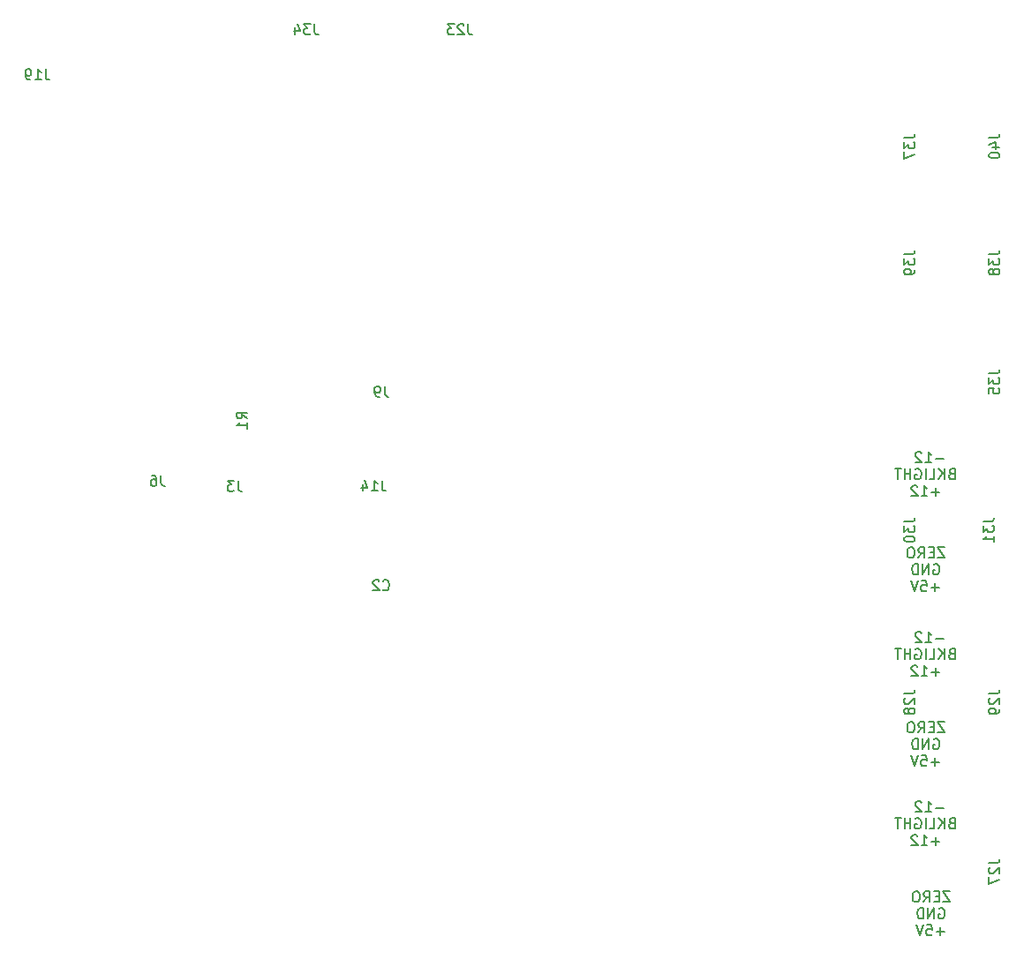
<source format=gbr>
%TF.GenerationSoftware,KiCad,Pcbnew,7.0.9*%
%TF.CreationDate,2023-12-05T19:44:07+10:00*%
%TF.ProjectId,Forward Console General Output,466f7277-6172-4642-9043-6f6e736f6c65,rev?*%
%TF.SameCoordinates,Original*%
%TF.FileFunction,Legend,Bot*%
%TF.FilePolarity,Positive*%
%FSLAX46Y46*%
G04 Gerber Fmt 4.6, Leading zero omitted, Abs format (unit mm)*
G04 Created by KiCad (PCBNEW 7.0.9) date 2023-12-05 19:44:07*
%MOMM*%
%LPD*%
G01*
G04 APERTURE LIST*
%ADD10C,0.150000*%
G04 APERTURE END LIST*
D10*
X207981523Y-105464819D02*
X207314857Y-105464819D01*
X207314857Y-105464819D02*
X207981523Y-106464819D01*
X207981523Y-106464819D02*
X207314857Y-106464819D01*
X206933904Y-105941009D02*
X206600571Y-105941009D01*
X206457714Y-106464819D02*
X206933904Y-106464819D01*
X206933904Y-106464819D02*
X206933904Y-105464819D01*
X206933904Y-105464819D02*
X206457714Y-105464819D01*
X205457714Y-106464819D02*
X205791047Y-105988628D01*
X206029142Y-106464819D02*
X206029142Y-105464819D01*
X206029142Y-105464819D02*
X205648190Y-105464819D01*
X205648190Y-105464819D02*
X205552952Y-105512438D01*
X205552952Y-105512438D02*
X205505333Y-105560057D01*
X205505333Y-105560057D02*
X205457714Y-105655295D01*
X205457714Y-105655295D02*
X205457714Y-105798152D01*
X205457714Y-105798152D02*
X205505333Y-105893390D01*
X205505333Y-105893390D02*
X205552952Y-105941009D01*
X205552952Y-105941009D02*
X205648190Y-105988628D01*
X205648190Y-105988628D02*
X206029142Y-105988628D01*
X204838666Y-105464819D02*
X204648190Y-105464819D01*
X204648190Y-105464819D02*
X204552952Y-105512438D01*
X204552952Y-105512438D02*
X204457714Y-105607676D01*
X204457714Y-105607676D02*
X204410095Y-105798152D01*
X204410095Y-105798152D02*
X204410095Y-106131485D01*
X204410095Y-106131485D02*
X204457714Y-106321961D01*
X204457714Y-106321961D02*
X204552952Y-106417200D01*
X204552952Y-106417200D02*
X204648190Y-106464819D01*
X204648190Y-106464819D02*
X204838666Y-106464819D01*
X204838666Y-106464819D02*
X204933904Y-106417200D01*
X204933904Y-106417200D02*
X205029142Y-106321961D01*
X205029142Y-106321961D02*
X205076761Y-106131485D01*
X205076761Y-106131485D02*
X205076761Y-105798152D01*
X205076761Y-105798152D02*
X205029142Y-105607676D01*
X205029142Y-105607676D02*
X204933904Y-105512438D01*
X204933904Y-105512438D02*
X204838666Y-105464819D01*
X206933904Y-107122438D02*
X207029142Y-107074819D01*
X207029142Y-107074819D02*
X207171999Y-107074819D01*
X207171999Y-107074819D02*
X207314856Y-107122438D01*
X207314856Y-107122438D02*
X207410094Y-107217676D01*
X207410094Y-107217676D02*
X207457713Y-107312914D01*
X207457713Y-107312914D02*
X207505332Y-107503390D01*
X207505332Y-107503390D02*
X207505332Y-107646247D01*
X207505332Y-107646247D02*
X207457713Y-107836723D01*
X207457713Y-107836723D02*
X207410094Y-107931961D01*
X207410094Y-107931961D02*
X207314856Y-108027200D01*
X207314856Y-108027200D02*
X207171999Y-108074819D01*
X207171999Y-108074819D02*
X207076761Y-108074819D01*
X207076761Y-108074819D02*
X206933904Y-108027200D01*
X206933904Y-108027200D02*
X206886285Y-107979580D01*
X206886285Y-107979580D02*
X206886285Y-107646247D01*
X206886285Y-107646247D02*
X207076761Y-107646247D01*
X206457713Y-108074819D02*
X206457713Y-107074819D01*
X206457713Y-107074819D02*
X205886285Y-108074819D01*
X205886285Y-108074819D02*
X205886285Y-107074819D01*
X205410094Y-108074819D02*
X205410094Y-107074819D01*
X205410094Y-107074819D02*
X205171999Y-107074819D01*
X205171999Y-107074819D02*
X205029142Y-107122438D01*
X205029142Y-107122438D02*
X204933904Y-107217676D01*
X204933904Y-107217676D02*
X204886285Y-107312914D01*
X204886285Y-107312914D02*
X204838666Y-107503390D01*
X204838666Y-107503390D02*
X204838666Y-107646247D01*
X204838666Y-107646247D02*
X204886285Y-107836723D01*
X204886285Y-107836723D02*
X204933904Y-107931961D01*
X204933904Y-107931961D02*
X205029142Y-108027200D01*
X205029142Y-108027200D02*
X205171999Y-108074819D01*
X205171999Y-108074819D02*
X205410094Y-108074819D01*
X207457713Y-109303866D02*
X206695809Y-109303866D01*
X207076761Y-109684819D02*
X207076761Y-108922914D01*
X205743428Y-108684819D02*
X206219618Y-108684819D01*
X206219618Y-108684819D02*
X206267237Y-109161009D01*
X206267237Y-109161009D02*
X206219618Y-109113390D01*
X206219618Y-109113390D02*
X206124380Y-109065771D01*
X206124380Y-109065771D02*
X205886285Y-109065771D01*
X205886285Y-109065771D02*
X205791047Y-109113390D01*
X205791047Y-109113390D02*
X205743428Y-109161009D01*
X205743428Y-109161009D02*
X205695809Y-109256247D01*
X205695809Y-109256247D02*
X205695809Y-109494342D01*
X205695809Y-109494342D02*
X205743428Y-109589580D01*
X205743428Y-109589580D02*
X205791047Y-109637200D01*
X205791047Y-109637200D02*
X205886285Y-109684819D01*
X205886285Y-109684819D02*
X206124380Y-109684819D01*
X206124380Y-109684819D02*
X206219618Y-109637200D01*
X206219618Y-109637200D02*
X206267237Y-109589580D01*
X205410094Y-108684819D02*
X205076761Y-109684819D01*
X205076761Y-109684819D02*
X204743428Y-108684819D01*
X207886285Y-80175866D02*
X207124381Y-80175866D01*
X206124381Y-80556819D02*
X206695809Y-80556819D01*
X206410095Y-80556819D02*
X206410095Y-79556819D01*
X206410095Y-79556819D02*
X206505333Y-79699676D01*
X206505333Y-79699676D02*
X206600571Y-79794914D01*
X206600571Y-79794914D02*
X206695809Y-79842533D01*
X205743428Y-79652057D02*
X205695809Y-79604438D01*
X205695809Y-79604438D02*
X205600571Y-79556819D01*
X205600571Y-79556819D02*
X205362476Y-79556819D01*
X205362476Y-79556819D02*
X205267238Y-79604438D01*
X205267238Y-79604438D02*
X205219619Y-79652057D01*
X205219619Y-79652057D02*
X205172000Y-79747295D01*
X205172000Y-79747295D02*
X205172000Y-79842533D01*
X205172000Y-79842533D02*
X205219619Y-79985390D01*
X205219619Y-79985390D02*
X205791047Y-80556819D01*
X205791047Y-80556819D02*
X205172000Y-80556819D01*
X208648190Y-81643009D02*
X208505333Y-81690628D01*
X208505333Y-81690628D02*
X208457714Y-81738247D01*
X208457714Y-81738247D02*
X208410095Y-81833485D01*
X208410095Y-81833485D02*
X208410095Y-81976342D01*
X208410095Y-81976342D02*
X208457714Y-82071580D01*
X208457714Y-82071580D02*
X208505333Y-82119200D01*
X208505333Y-82119200D02*
X208600571Y-82166819D01*
X208600571Y-82166819D02*
X208981523Y-82166819D01*
X208981523Y-82166819D02*
X208981523Y-81166819D01*
X208981523Y-81166819D02*
X208648190Y-81166819D01*
X208648190Y-81166819D02*
X208552952Y-81214438D01*
X208552952Y-81214438D02*
X208505333Y-81262057D01*
X208505333Y-81262057D02*
X208457714Y-81357295D01*
X208457714Y-81357295D02*
X208457714Y-81452533D01*
X208457714Y-81452533D02*
X208505333Y-81547771D01*
X208505333Y-81547771D02*
X208552952Y-81595390D01*
X208552952Y-81595390D02*
X208648190Y-81643009D01*
X208648190Y-81643009D02*
X208981523Y-81643009D01*
X207981523Y-82166819D02*
X207981523Y-81166819D01*
X207410095Y-82166819D02*
X207838666Y-81595390D01*
X207410095Y-81166819D02*
X207981523Y-81738247D01*
X206505333Y-82166819D02*
X206981523Y-82166819D01*
X206981523Y-82166819D02*
X206981523Y-81166819D01*
X206171999Y-82166819D02*
X206171999Y-81166819D01*
X205172000Y-81214438D02*
X205267238Y-81166819D01*
X205267238Y-81166819D02*
X205410095Y-81166819D01*
X205410095Y-81166819D02*
X205552952Y-81214438D01*
X205552952Y-81214438D02*
X205648190Y-81309676D01*
X205648190Y-81309676D02*
X205695809Y-81404914D01*
X205695809Y-81404914D02*
X205743428Y-81595390D01*
X205743428Y-81595390D02*
X205743428Y-81738247D01*
X205743428Y-81738247D02*
X205695809Y-81928723D01*
X205695809Y-81928723D02*
X205648190Y-82023961D01*
X205648190Y-82023961D02*
X205552952Y-82119200D01*
X205552952Y-82119200D02*
X205410095Y-82166819D01*
X205410095Y-82166819D02*
X205314857Y-82166819D01*
X205314857Y-82166819D02*
X205172000Y-82119200D01*
X205172000Y-82119200D02*
X205124381Y-82071580D01*
X205124381Y-82071580D02*
X205124381Y-81738247D01*
X205124381Y-81738247D02*
X205314857Y-81738247D01*
X204695809Y-82166819D02*
X204695809Y-81166819D01*
X204695809Y-81643009D02*
X204124381Y-81643009D01*
X204124381Y-82166819D02*
X204124381Y-81166819D01*
X203791047Y-81166819D02*
X203219619Y-81166819D01*
X203505333Y-82166819D02*
X203505333Y-81166819D01*
X207505332Y-83395866D02*
X206743428Y-83395866D01*
X207124380Y-83776819D02*
X207124380Y-83014914D01*
X205743428Y-83776819D02*
X206314856Y-83776819D01*
X206029142Y-83776819D02*
X206029142Y-82776819D01*
X206029142Y-82776819D02*
X206124380Y-82919676D01*
X206124380Y-82919676D02*
X206219618Y-83014914D01*
X206219618Y-83014914D02*
X206314856Y-83062533D01*
X205362475Y-82872057D02*
X205314856Y-82824438D01*
X205314856Y-82824438D02*
X205219618Y-82776819D01*
X205219618Y-82776819D02*
X204981523Y-82776819D01*
X204981523Y-82776819D02*
X204886285Y-82824438D01*
X204886285Y-82824438D02*
X204838666Y-82872057D01*
X204838666Y-82872057D02*
X204791047Y-82967295D01*
X204791047Y-82967295D02*
X204791047Y-83062533D01*
X204791047Y-83062533D02*
X204838666Y-83205390D01*
X204838666Y-83205390D02*
X205410094Y-83776819D01*
X205410094Y-83776819D02*
X204791047Y-83776819D01*
X207886285Y-97447866D02*
X207124381Y-97447866D01*
X206124381Y-97828819D02*
X206695809Y-97828819D01*
X206410095Y-97828819D02*
X206410095Y-96828819D01*
X206410095Y-96828819D02*
X206505333Y-96971676D01*
X206505333Y-96971676D02*
X206600571Y-97066914D01*
X206600571Y-97066914D02*
X206695809Y-97114533D01*
X205743428Y-96924057D02*
X205695809Y-96876438D01*
X205695809Y-96876438D02*
X205600571Y-96828819D01*
X205600571Y-96828819D02*
X205362476Y-96828819D01*
X205362476Y-96828819D02*
X205267238Y-96876438D01*
X205267238Y-96876438D02*
X205219619Y-96924057D01*
X205219619Y-96924057D02*
X205172000Y-97019295D01*
X205172000Y-97019295D02*
X205172000Y-97114533D01*
X205172000Y-97114533D02*
X205219619Y-97257390D01*
X205219619Y-97257390D02*
X205791047Y-97828819D01*
X205791047Y-97828819D02*
X205172000Y-97828819D01*
X208648190Y-98915009D02*
X208505333Y-98962628D01*
X208505333Y-98962628D02*
X208457714Y-99010247D01*
X208457714Y-99010247D02*
X208410095Y-99105485D01*
X208410095Y-99105485D02*
X208410095Y-99248342D01*
X208410095Y-99248342D02*
X208457714Y-99343580D01*
X208457714Y-99343580D02*
X208505333Y-99391200D01*
X208505333Y-99391200D02*
X208600571Y-99438819D01*
X208600571Y-99438819D02*
X208981523Y-99438819D01*
X208981523Y-99438819D02*
X208981523Y-98438819D01*
X208981523Y-98438819D02*
X208648190Y-98438819D01*
X208648190Y-98438819D02*
X208552952Y-98486438D01*
X208552952Y-98486438D02*
X208505333Y-98534057D01*
X208505333Y-98534057D02*
X208457714Y-98629295D01*
X208457714Y-98629295D02*
X208457714Y-98724533D01*
X208457714Y-98724533D02*
X208505333Y-98819771D01*
X208505333Y-98819771D02*
X208552952Y-98867390D01*
X208552952Y-98867390D02*
X208648190Y-98915009D01*
X208648190Y-98915009D02*
X208981523Y-98915009D01*
X207981523Y-99438819D02*
X207981523Y-98438819D01*
X207410095Y-99438819D02*
X207838666Y-98867390D01*
X207410095Y-98438819D02*
X207981523Y-99010247D01*
X206505333Y-99438819D02*
X206981523Y-99438819D01*
X206981523Y-99438819D02*
X206981523Y-98438819D01*
X206171999Y-99438819D02*
X206171999Y-98438819D01*
X205172000Y-98486438D02*
X205267238Y-98438819D01*
X205267238Y-98438819D02*
X205410095Y-98438819D01*
X205410095Y-98438819D02*
X205552952Y-98486438D01*
X205552952Y-98486438D02*
X205648190Y-98581676D01*
X205648190Y-98581676D02*
X205695809Y-98676914D01*
X205695809Y-98676914D02*
X205743428Y-98867390D01*
X205743428Y-98867390D02*
X205743428Y-99010247D01*
X205743428Y-99010247D02*
X205695809Y-99200723D01*
X205695809Y-99200723D02*
X205648190Y-99295961D01*
X205648190Y-99295961D02*
X205552952Y-99391200D01*
X205552952Y-99391200D02*
X205410095Y-99438819D01*
X205410095Y-99438819D02*
X205314857Y-99438819D01*
X205314857Y-99438819D02*
X205172000Y-99391200D01*
X205172000Y-99391200D02*
X205124381Y-99343580D01*
X205124381Y-99343580D02*
X205124381Y-99010247D01*
X205124381Y-99010247D02*
X205314857Y-99010247D01*
X204695809Y-99438819D02*
X204695809Y-98438819D01*
X204695809Y-98915009D02*
X204124381Y-98915009D01*
X204124381Y-99438819D02*
X204124381Y-98438819D01*
X203791047Y-98438819D02*
X203219619Y-98438819D01*
X203505333Y-99438819D02*
X203505333Y-98438819D01*
X207505332Y-100667866D02*
X206743428Y-100667866D01*
X207124380Y-101048819D02*
X207124380Y-100286914D01*
X205743428Y-101048819D02*
X206314856Y-101048819D01*
X206029142Y-101048819D02*
X206029142Y-100048819D01*
X206029142Y-100048819D02*
X206124380Y-100191676D01*
X206124380Y-100191676D02*
X206219618Y-100286914D01*
X206219618Y-100286914D02*
X206314856Y-100334533D01*
X205362475Y-100144057D02*
X205314856Y-100096438D01*
X205314856Y-100096438D02*
X205219618Y-100048819D01*
X205219618Y-100048819D02*
X204981523Y-100048819D01*
X204981523Y-100048819D02*
X204886285Y-100096438D01*
X204886285Y-100096438D02*
X204838666Y-100144057D01*
X204838666Y-100144057D02*
X204791047Y-100239295D01*
X204791047Y-100239295D02*
X204791047Y-100334533D01*
X204791047Y-100334533D02*
X204838666Y-100477390D01*
X204838666Y-100477390D02*
X205410094Y-101048819D01*
X205410094Y-101048819D02*
X204791047Y-101048819D01*
X207886285Y-113703866D02*
X207124381Y-113703866D01*
X206124381Y-114084819D02*
X206695809Y-114084819D01*
X206410095Y-114084819D02*
X206410095Y-113084819D01*
X206410095Y-113084819D02*
X206505333Y-113227676D01*
X206505333Y-113227676D02*
X206600571Y-113322914D01*
X206600571Y-113322914D02*
X206695809Y-113370533D01*
X205743428Y-113180057D02*
X205695809Y-113132438D01*
X205695809Y-113132438D02*
X205600571Y-113084819D01*
X205600571Y-113084819D02*
X205362476Y-113084819D01*
X205362476Y-113084819D02*
X205267238Y-113132438D01*
X205267238Y-113132438D02*
X205219619Y-113180057D01*
X205219619Y-113180057D02*
X205172000Y-113275295D01*
X205172000Y-113275295D02*
X205172000Y-113370533D01*
X205172000Y-113370533D02*
X205219619Y-113513390D01*
X205219619Y-113513390D02*
X205791047Y-114084819D01*
X205791047Y-114084819D02*
X205172000Y-114084819D01*
X208648190Y-115171009D02*
X208505333Y-115218628D01*
X208505333Y-115218628D02*
X208457714Y-115266247D01*
X208457714Y-115266247D02*
X208410095Y-115361485D01*
X208410095Y-115361485D02*
X208410095Y-115504342D01*
X208410095Y-115504342D02*
X208457714Y-115599580D01*
X208457714Y-115599580D02*
X208505333Y-115647200D01*
X208505333Y-115647200D02*
X208600571Y-115694819D01*
X208600571Y-115694819D02*
X208981523Y-115694819D01*
X208981523Y-115694819D02*
X208981523Y-114694819D01*
X208981523Y-114694819D02*
X208648190Y-114694819D01*
X208648190Y-114694819D02*
X208552952Y-114742438D01*
X208552952Y-114742438D02*
X208505333Y-114790057D01*
X208505333Y-114790057D02*
X208457714Y-114885295D01*
X208457714Y-114885295D02*
X208457714Y-114980533D01*
X208457714Y-114980533D02*
X208505333Y-115075771D01*
X208505333Y-115075771D02*
X208552952Y-115123390D01*
X208552952Y-115123390D02*
X208648190Y-115171009D01*
X208648190Y-115171009D02*
X208981523Y-115171009D01*
X207981523Y-115694819D02*
X207981523Y-114694819D01*
X207410095Y-115694819D02*
X207838666Y-115123390D01*
X207410095Y-114694819D02*
X207981523Y-115266247D01*
X206505333Y-115694819D02*
X206981523Y-115694819D01*
X206981523Y-115694819D02*
X206981523Y-114694819D01*
X206171999Y-115694819D02*
X206171999Y-114694819D01*
X205172000Y-114742438D02*
X205267238Y-114694819D01*
X205267238Y-114694819D02*
X205410095Y-114694819D01*
X205410095Y-114694819D02*
X205552952Y-114742438D01*
X205552952Y-114742438D02*
X205648190Y-114837676D01*
X205648190Y-114837676D02*
X205695809Y-114932914D01*
X205695809Y-114932914D02*
X205743428Y-115123390D01*
X205743428Y-115123390D02*
X205743428Y-115266247D01*
X205743428Y-115266247D02*
X205695809Y-115456723D01*
X205695809Y-115456723D02*
X205648190Y-115551961D01*
X205648190Y-115551961D02*
X205552952Y-115647200D01*
X205552952Y-115647200D02*
X205410095Y-115694819D01*
X205410095Y-115694819D02*
X205314857Y-115694819D01*
X205314857Y-115694819D02*
X205172000Y-115647200D01*
X205172000Y-115647200D02*
X205124381Y-115599580D01*
X205124381Y-115599580D02*
X205124381Y-115266247D01*
X205124381Y-115266247D02*
X205314857Y-115266247D01*
X204695809Y-115694819D02*
X204695809Y-114694819D01*
X204695809Y-115171009D02*
X204124381Y-115171009D01*
X204124381Y-115694819D02*
X204124381Y-114694819D01*
X203791047Y-114694819D02*
X203219619Y-114694819D01*
X203505333Y-115694819D02*
X203505333Y-114694819D01*
X207505332Y-116923866D02*
X206743428Y-116923866D01*
X207124380Y-117304819D02*
X207124380Y-116542914D01*
X205743428Y-117304819D02*
X206314856Y-117304819D01*
X206029142Y-117304819D02*
X206029142Y-116304819D01*
X206029142Y-116304819D02*
X206124380Y-116447676D01*
X206124380Y-116447676D02*
X206219618Y-116542914D01*
X206219618Y-116542914D02*
X206314856Y-116590533D01*
X205362475Y-116400057D02*
X205314856Y-116352438D01*
X205314856Y-116352438D02*
X205219618Y-116304819D01*
X205219618Y-116304819D02*
X204981523Y-116304819D01*
X204981523Y-116304819D02*
X204886285Y-116352438D01*
X204886285Y-116352438D02*
X204838666Y-116400057D01*
X204838666Y-116400057D02*
X204791047Y-116495295D01*
X204791047Y-116495295D02*
X204791047Y-116590533D01*
X204791047Y-116590533D02*
X204838666Y-116733390D01*
X204838666Y-116733390D02*
X205410094Y-117304819D01*
X205410094Y-117304819D02*
X204791047Y-117304819D01*
X207981523Y-88700819D02*
X207314857Y-88700819D01*
X207314857Y-88700819D02*
X207981523Y-89700819D01*
X207981523Y-89700819D02*
X207314857Y-89700819D01*
X206933904Y-89177009D02*
X206600571Y-89177009D01*
X206457714Y-89700819D02*
X206933904Y-89700819D01*
X206933904Y-89700819D02*
X206933904Y-88700819D01*
X206933904Y-88700819D02*
X206457714Y-88700819D01*
X205457714Y-89700819D02*
X205791047Y-89224628D01*
X206029142Y-89700819D02*
X206029142Y-88700819D01*
X206029142Y-88700819D02*
X205648190Y-88700819D01*
X205648190Y-88700819D02*
X205552952Y-88748438D01*
X205552952Y-88748438D02*
X205505333Y-88796057D01*
X205505333Y-88796057D02*
X205457714Y-88891295D01*
X205457714Y-88891295D02*
X205457714Y-89034152D01*
X205457714Y-89034152D02*
X205505333Y-89129390D01*
X205505333Y-89129390D02*
X205552952Y-89177009D01*
X205552952Y-89177009D02*
X205648190Y-89224628D01*
X205648190Y-89224628D02*
X206029142Y-89224628D01*
X204838666Y-88700819D02*
X204648190Y-88700819D01*
X204648190Y-88700819D02*
X204552952Y-88748438D01*
X204552952Y-88748438D02*
X204457714Y-88843676D01*
X204457714Y-88843676D02*
X204410095Y-89034152D01*
X204410095Y-89034152D02*
X204410095Y-89367485D01*
X204410095Y-89367485D02*
X204457714Y-89557961D01*
X204457714Y-89557961D02*
X204552952Y-89653200D01*
X204552952Y-89653200D02*
X204648190Y-89700819D01*
X204648190Y-89700819D02*
X204838666Y-89700819D01*
X204838666Y-89700819D02*
X204933904Y-89653200D01*
X204933904Y-89653200D02*
X205029142Y-89557961D01*
X205029142Y-89557961D02*
X205076761Y-89367485D01*
X205076761Y-89367485D02*
X205076761Y-89034152D01*
X205076761Y-89034152D02*
X205029142Y-88843676D01*
X205029142Y-88843676D02*
X204933904Y-88748438D01*
X204933904Y-88748438D02*
X204838666Y-88700819D01*
X206933904Y-90358438D02*
X207029142Y-90310819D01*
X207029142Y-90310819D02*
X207171999Y-90310819D01*
X207171999Y-90310819D02*
X207314856Y-90358438D01*
X207314856Y-90358438D02*
X207410094Y-90453676D01*
X207410094Y-90453676D02*
X207457713Y-90548914D01*
X207457713Y-90548914D02*
X207505332Y-90739390D01*
X207505332Y-90739390D02*
X207505332Y-90882247D01*
X207505332Y-90882247D02*
X207457713Y-91072723D01*
X207457713Y-91072723D02*
X207410094Y-91167961D01*
X207410094Y-91167961D02*
X207314856Y-91263200D01*
X207314856Y-91263200D02*
X207171999Y-91310819D01*
X207171999Y-91310819D02*
X207076761Y-91310819D01*
X207076761Y-91310819D02*
X206933904Y-91263200D01*
X206933904Y-91263200D02*
X206886285Y-91215580D01*
X206886285Y-91215580D02*
X206886285Y-90882247D01*
X206886285Y-90882247D02*
X207076761Y-90882247D01*
X206457713Y-91310819D02*
X206457713Y-90310819D01*
X206457713Y-90310819D02*
X205886285Y-91310819D01*
X205886285Y-91310819D02*
X205886285Y-90310819D01*
X205410094Y-91310819D02*
X205410094Y-90310819D01*
X205410094Y-90310819D02*
X205171999Y-90310819D01*
X205171999Y-90310819D02*
X205029142Y-90358438D01*
X205029142Y-90358438D02*
X204933904Y-90453676D01*
X204933904Y-90453676D02*
X204886285Y-90548914D01*
X204886285Y-90548914D02*
X204838666Y-90739390D01*
X204838666Y-90739390D02*
X204838666Y-90882247D01*
X204838666Y-90882247D02*
X204886285Y-91072723D01*
X204886285Y-91072723D02*
X204933904Y-91167961D01*
X204933904Y-91167961D02*
X205029142Y-91263200D01*
X205029142Y-91263200D02*
X205171999Y-91310819D01*
X205171999Y-91310819D02*
X205410094Y-91310819D01*
X207457713Y-92539866D02*
X206695809Y-92539866D01*
X207076761Y-92920819D02*
X207076761Y-92158914D01*
X205743428Y-91920819D02*
X206219618Y-91920819D01*
X206219618Y-91920819D02*
X206267237Y-92397009D01*
X206267237Y-92397009D02*
X206219618Y-92349390D01*
X206219618Y-92349390D02*
X206124380Y-92301771D01*
X206124380Y-92301771D02*
X205886285Y-92301771D01*
X205886285Y-92301771D02*
X205791047Y-92349390D01*
X205791047Y-92349390D02*
X205743428Y-92397009D01*
X205743428Y-92397009D02*
X205695809Y-92492247D01*
X205695809Y-92492247D02*
X205695809Y-92730342D01*
X205695809Y-92730342D02*
X205743428Y-92825580D01*
X205743428Y-92825580D02*
X205791047Y-92873200D01*
X205791047Y-92873200D02*
X205886285Y-92920819D01*
X205886285Y-92920819D02*
X206124380Y-92920819D01*
X206124380Y-92920819D02*
X206219618Y-92873200D01*
X206219618Y-92873200D02*
X206267237Y-92825580D01*
X205410094Y-91920819D02*
X205076761Y-92920819D01*
X205076761Y-92920819D02*
X204743428Y-91920819D01*
X208489523Y-121720819D02*
X207822857Y-121720819D01*
X207822857Y-121720819D02*
X208489523Y-122720819D01*
X208489523Y-122720819D02*
X207822857Y-122720819D01*
X207441904Y-122197009D02*
X207108571Y-122197009D01*
X206965714Y-122720819D02*
X207441904Y-122720819D01*
X207441904Y-122720819D02*
X207441904Y-121720819D01*
X207441904Y-121720819D02*
X206965714Y-121720819D01*
X205965714Y-122720819D02*
X206299047Y-122244628D01*
X206537142Y-122720819D02*
X206537142Y-121720819D01*
X206537142Y-121720819D02*
X206156190Y-121720819D01*
X206156190Y-121720819D02*
X206060952Y-121768438D01*
X206060952Y-121768438D02*
X206013333Y-121816057D01*
X206013333Y-121816057D02*
X205965714Y-121911295D01*
X205965714Y-121911295D02*
X205965714Y-122054152D01*
X205965714Y-122054152D02*
X206013333Y-122149390D01*
X206013333Y-122149390D02*
X206060952Y-122197009D01*
X206060952Y-122197009D02*
X206156190Y-122244628D01*
X206156190Y-122244628D02*
X206537142Y-122244628D01*
X205346666Y-121720819D02*
X205156190Y-121720819D01*
X205156190Y-121720819D02*
X205060952Y-121768438D01*
X205060952Y-121768438D02*
X204965714Y-121863676D01*
X204965714Y-121863676D02*
X204918095Y-122054152D01*
X204918095Y-122054152D02*
X204918095Y-122387485D01*
X204918095Y-122387485D02*
X204965714Y-122577961D01*
X204965714Y-122577961D02*
X205060952Y-122673200D01*
X205060952Y-122673200D02*
X205156190Y-122720819D01*
X205156190Y-122720819D02*
X205346666Y-122720819D01*
X205346666Y-122720819D02*
X205441904Y-122673200D01*
X205441904Y-122673200D02*
X205537142Y-122577961D01*
X205537142Y-122577961D02*
X205584761Y-122387485D01*
X205584761Y-122387485D02*
X205584761Y-122054152D01*
X205584761Y-122054152D02*
X205537142Y-121863676D01*
X205537142Y-121863676D02*
X205441904Y-121768438D01*
X205441904Y-121768438D02*
X205346666Y-121720819D01*
X207441904Y-123378438D02*
X207537142Y-123330819D01*
X207537142Y-123330819D02*
X207679999Y-123330819D01*
X207679999Y-123330819D02*
X207822856Y-123378438D01*
X207822856Y-123378438D02*
X207918094Y-123473676D01*
X207918094Y-123473676D02*
X207965713Y-123568914D01*
X207965713Y-123568914D02*
X208013332Y-123759390D01*
X208013332Y-123759390D02*
X208013332Y-123902247D01*
X208013332Y-123902247D02*
X207965713Y-124092723D01*
X207965713Y-124092723D02*
X207918094Y-124187961D01*
X207918094Y-124187961D02*
X207822856Y-124283200D01*
X207822856Y-124283200D02*
X207679999Y-124330819D01*
X207679999Y-124330819D02*
X207584761Y-124330819D01*
X207584761Y-124330819D02*
X207441904Y-124283200D01*
X207441904Y-124283200D02*
X207394285Y-124235580D01*
X207394285Y-124235580D02*
X207394285Y-123902247D01*
X207394285Y-123902247D02*
X207584761Y-123902247D01*
X206965713Y-124330819D02*
X206965713Y-123330819D01*
X206965713Y-123330819D02*
X206394285Y-124330819D01*
X206394285Y-124330819D02*
X206394285Y-123330819D01*
X205918094Y-124330819D02*
X205918094Y-123330819D01*
X205918094Y-123330819D02*
X205679999Y-123330819D01*
X205679999Y-123330819D02*
X205537142Y-123378438D01*
X205537142Y-123378438D02*
X205441904Y-123473676D01*
X205441904Y-123473676D02*
X205394285Y-123568914D01*
X205394285Y-123568914D02*
X205346666Y-123759390D01*
X205346666Y-123759390D02*
X205346666Y-123902247D01*
X205346666Y-123902247D02*
X205394285Y-124092723D01*
X205394285Y-124092723D02*
X205441904Y-124187961D01*
X205441904Y-124187961D02*
X205537142Y-124283200D01*
X205537142Y-124283200D02*
X205679999Y-124330819D01*
X205679999Y-124330819D02*
X205918094Y-124330819D01*
X207965713Y-125559866D02*
X207203809Y-125559866D01*
X207584761Y-125940819D02*
X207584761Y-125178914D01*
X206251428Y-124940819D02*
X206727618Y-124940819D01*
X206727618Y-124940819D02*
X206775237Y-125417009D01*
X206775237Y-125417009D02*
X206727618Y-125369390D01*
X206727618Y-125369390D02*
X206632380Y-125321771D01*
X206632380Y-125321771D02*
X206394285Y-125321771D01*
X206394285Y-125321771D02*
X206299047Y-125369390D01*
X206299047Y-125369390D02*
X206251428Y-125417009D01*
X206251428Y-125417009D02*
X206203809Y-125512247D01*
X206203809Y-125512247D02*
X206203809Y-125750342D01*
X206203809Y-125750342D02*
X206251428Y-125845580D01*
X206251428Y-125845580D02*
X206299047Y-125893200D01*
X206299047Y-125893200D02*
X206394285Y-125940819D01*
X206394285Y-125940819D02*
X206632380Y-125940819D01*
X206632380Y-125940819D02*
X206727618Y-125893200D01*
X206727618Y-125893200D02*
X206775237Y-125845580D01*
X205918094Y-124940819D02*
X205584761Y-125940819D01*
X205584761Y-125940819D02*
X205251428Y-124940819D01*
X212230819Y-72012476D02*
X212945104Y-72012476D01*
X212945104Y-72012476D02*
X213087961Y-71964857D01*
X213087961Y-71964857D02*
X213183200Y-71869619D01*
X213183200Y-71869619D02*
X213230819Y-71726762D01*
X213230819Y-71726762D02*
X213230819Y-71631524D01*
X212230819Y-72393429D02*
X212230819Y-73012476D01*
X212230819Y-73012476D02*
X212611771Y-72679143D01*
X212611771Y-72679143D02*
X212611771Y-72822000D01*
X212611771Y-72822000D02*
X212659390Y-72917238D01*
X212659390Y-72917238D02*
X212707009Y-72964857D01*
X212707009Y-72964857D02*
X212802247Y-73012476D01*
X212802247Y-73012476D02*
X213040342Y-73012476D01*
X213040342Y-73012476D02*
X213135580Y-72964857D01*
X213135580Y-72964857D02*
X213183200Y-72917238D01*
X213183200Y-72917238D02*
X213230819Y-72822000D01*
X213230819Y-72822000D02*
X213230819Y-72536286D01*
X213230819Y-72536286D02*
X213183200Y-72441048D01*
X213183200Y-72441048D02*
X213135580Y-72393429D01*
X212230819Y-73917238D02*
X212230819Y-73441048D01*
X212230819Y-73441048D02*
X212707009Y-73393429D01*
X212707009Y-73393429D02*
X212659390Y-73441048D01*
X212659390Y-73441048D02*
X212611771Y-73536286D01*
X212611771Y-73536286D02*
X212611771Y-73774381D01*
X212611771Y-73774381D02*
X212659390Y-73869619D01*
X212659390Y-73869619D02*
X212707009Y-73917238D01*
X212707009Y-73917238D02*
X212802247Y-73964857D01*
X212802247Y-73964857D02*
X213040342Y-73964857D01*
X213040342Y-73964857D02*
X213135580Y-73917238D01*
X213135580Y-73917238D02*
X213183200Y-73869619D01*
X213183200Y-73869619D02*
X213230819Y-73774381D01*
X213230819Y-73774381D02*
X213230819Y-73536286D01*
X213230819Y-73536286D02*
X213183200Y-73441048D01*
X213183200Y-73441048D02*
X213135580Y-73393429D01*
X204102819Y-60582476D02*
X204817104Y-60582476D01*
X204817104Y-60582476D02*
X204959961Y-60534857D01*
X204959961Y-60534857D02*
X205055200Y-60439619D01*
X205055200Y-60439619D02*
X205102819Y-60296762D01*
X205102819Y-60296762D02*
X205102819Y-60201524D01*
X204102819Y-60963429D02*
X204102819Y-61582476D01*
X204102819Y-61582476D02*
X204483771Y-61249143D01*
X204483771Y-61249143D02*
X204483771Y-61392000D01*
X204483771Y-61392000D02*
X204531390Y-61487238D01*
X204531390Y-61487238D02*
X204579009Y-61534857D01*
X204579009Y-61534857D02*
X204674247Y-61582476D01*
X204674247Y-61582476D02*
X204912342Y-61582476D01*
X204912342Y-61582476D02*
X205007580Y-61534857D01*
X205007580Y-61534857D02*
X205055200Y-61487238D01*
X205055200Y-61487238D02*
X205102819Y-61392000D01*
X205102819Y-61392000D02*
X205102819Y-61106286D01*
X205102819Y-61106286D02*
X205055200Y-61011048D01*
X205055200Y-61011048D02*
X205007580Y-60963429D01*
X205102819Y-62058667D02*
X205102819Y-62249143D01*
X205102819Y-62249143D02*
X205055200Y-62344381D01*
X205055200Y-62344381D02*
X205007580Y-62392000D01*
X205007580Y-62392000D02*
X204864723Y-62487238D01*
X204864723Y-62487238D02*
X204674247Y-62534857D01*
X204674247Y-62534857D02*
X204293295Y-62534857D01*
X204293295Y-62534857D02*
X204198057Y-62487238D01*
X204198057Y-62487238D02*
X204150438Y-62439619D01*
X204150438Y-62439619D02*
X204102819Y-62344381D01*
X204102819Y-62344381D02*
X204102819Y-62153905D01*
X204102819Y-62153905D02*
X204150438Y-62058667D01*
X204150438Y-62058667D02*
X204198057Y-62011048D01*
X204198057Y-62011048D02*
X204293295Y-61963429D01*
X204293295Y-61963429D02*
X204531390Y-61963429D01*
X204531390Y-61963429D02*
X204626628Y-62011048D01*
X204626628Y-62011048D02*
X204674247Y-62058667D01*
X204674247Y-62058667D02*
X204721866Y-62153905D01*
X204721866Y-62153905D02*
X204721866Y-62344381D01*
X204721866Y-62344381D02*
X204674247Y-62439619D01*
X204674247Y-62439619D02*
X204626628Y-62487238D01*
X204626628Y-62487238D02*
X204531390Y-62534857D01*
X204102819Y-102746476D02*
X204817104Y-102746476D01*
X204817104Y-102746476D02*
X204959961Y-102698857D01*
X204959961Y-102698857D02*
X205055200Y-102603619D01*
X205055200Y-102603619D02*
X205102819Y-102460762D01*
X205102819Y-102460762D02*
X205102819Y-102365524D01*
X204198057Y-103175048D02*
X204150438Y-103222667D01*
X204150438Y-103222667D02*
X204102819Y-103317905D01*
X204102819Y-103317905D02*
X204102819Y-103556000D01*
X204102819Y-103556000D02*
X204150438Y-103651238D01*
X204150438Y-103651238D02*
X204198057Y-103698857D01*
X204198057Y-103698857D02*
X204293295Y-103746476D01*
X204293295Y-103746476D02*
X204388533Y-103746476D01*
X204388533Y-103746476D02*
X204531390Y-103698857D01*
X204531390Y-103698857D02*
X205102819Y-103127429D01*
X205102819Y-103127429D02*
X205102819Y-103746476D01*
X204531390Y-104317905D02*
X204483771Y-104222667D01*
X204483771Y-104222667D02*
X204436152Y-104175048D01*
X204436152Y-104175048D02*
X204340914Y-104127429D01*
X204340914Y-104127429D02*
X204293295Y-104127429D01*
X204293295Y-104127429D02*
X204198057Y-104175048D01*
X204198057Y-104175048D02*
X204150438Y-104222667D01*
X204150438Y-104222667D02*
X204102819Y-104317905D01*
X204102819Y-104317905D02*
X204102819Y-104508381D01*
X204102819Y-104508381D02*
X204150438Y-104603619D01*
X204150438Y-104603619D02*
X204198057Y-104651238D01*
X204198057Y-104651238D02*
X204293295Y-104698857D01*
X204293295Y-104698857D02*
X204340914Y-104698857D01*
X204340914Y-104698857D02*
X204436152Y-104651238D01*
X204436152Y-104651238D02*
X204483771Y-104603619D01*
X204483771Y-104603619D02*
X204531390Y-104508381D01*
X204531390Y-104508381D02*
X204531390Y-104317905D01*
X204531390Y-104317905D02*
X204579009Y-104222667D01*
X204579009Y-104222667D02*
X204626628Y-104175048D01*
X204626628Y-104175048D02*
X204721866Y-104127429D01*
X204721866Y-104127429D02*
X204912342Y-104127429D01*
X204912342Y-104127429D02*
X205007580Y-104175048D01*
X205007580Y-104175048D02*
X205055200Y-104222667D01*
X205055200Y-104222667D02*
X205102819Y-104317905D01*
X205102819Y-104317905D02*
X205102819Y-104508381D01*
X205102819Y-104508381D02*
X205055200Y-104603619D01*
X205055200Y-104603619D02*
X205007580Y-104651238D01*
X205007580Y-104651238D02*
X204912342Y-104698857D01*
X204912342Y-104698857D02*
X204721866Y-104698857D01*
X204721866Y-104698857D02*
X204626628Y-104651238D01*
X204626628Y-104651238D02*
X204579009Y-104603619D01*
X204579009Y-104603619D02*
X204531390Y-104508381D01*
X154004523Y-82289819D02*
X154004523Y-83004104D01*
X154004523Y-83004104D02*
X154052142Y-83146961D01*
X154052142Y-83146961D02*
X154147380Y-83242200D01*
X154147380Y-83242200D02*
X154290237Y-83289819D01*
X154290237Y-83289819D02*
X154385475Y-83289819D01*
X153004523Y-83289819D02*
X153575951Y-83289819D01*
X153290237Y-83289819D02*
X153290237Y-82289819D01*
X153290237Y-82289819D02*
X153385475Y-82432676D01*
X153385475Y-82432676D02*
X153480713Y-82527914D01*
X153480713Y-82527914D02*
X153575951Y-82575533D01*
X152147380Y-82623152D02*
X152147380Y-83289819D01*
X152385475Y-82242200D02*
X152623570Y-82956485D01*
X152623570Y-82956485D02*
X152004523Y-82956485D01*
X154290333Y-73272819D02*
X154290333Y-73987104D01*
X154290333Y-73987104D02*
X154337952Y-74129961D01*
X154337952Y-74129961D02*
X154433190Y-74225200D01*
X154433190Y-74225200D02*
X154576047Y-74272819D01*
X154576047Y-74272819D02*
X154671285Y-74272819D01*
X153766523Y-74272819D02*
X153576047Y-74272819D01*
X153576047Y-74272819D02*
X153480809Y-74225200D01*
X153480809Y-74225200D02*
X153433190Y-74177580D01*
X153433190Y-74177580D02*
X153337952Y-74034723D01*
X153337952Y-74034723D02*
X153290333Y-73844247D01*
X153290333Y-73844247D02*
X153290333Y-73463295D01*
X153290333Y-73463295D02*
X153337952Y-73368057D01*
X153337952Y-73368057D02*
X153385571Y-73320438D01*
X153385571Y-73320438D02*
X153480809Y-73272819D01*
X153480809Y-73272819D02*
X153671285Y-73272819D01*
X153671285Y-73272819D02*
X153766523Y-73320438D01*
X153766523Y-73320438D02*
X153814142Y-73368057D01*
X153814142Y-73368057D02*
X153861761Y-73463295D01*
X153861761Y-73463295D02*
X153861761Y-73701390D01*
X153861761Y-73701390D02*
X153814142Y-73796628D01*
X153814142Y-73796628D02*
X153766523Y-73844247D01*
X153766523Y-73844247D02*
X153671285Y-73891866D01*
X153671285Y-73891866D02*
X153480809Y-73891866D01*
X153480809Y-73891866D02*
X153385571Y-73844247D01*
X153385571Y-73844247D02*
X153337952Y-73796628D01*
X153337952Y-73796628D02*
X153290333Y-73701390D01*
X212230819Y-49415476D02*
X212945104Y-49415476D01*
X212945104Y-49415476D02*
X213087961Y-49367857D01*
X213087961Y-49367857D02*
X213183200Y-49272619D01*
X213183200Y-49272619D02*
X213230819Y-49129762D01*
X213230819Y-49129762D02*
X213230819Y-49034524D01*
X212564152Y-50320238D02*
X213230819Y-50320238D01*
X212183200Y-50082143D02*
X212897485Y-49844048D01*
X212897485Y-49844048D02*
X212897485Y-50463095D01*
X212230819Y-51034524D02*
X212230819Y-51129762D01*
X212230819Y-51129762D02*
X212278438Y-51225000D01*
X212278438Y-51225000D02*
X212326057Y-51272619D01*
X212326057Y-51272619D02*
X212421295Y-51320238D01*
X212421295Y-51320238D02*
X212611771Y-51367857D01*
X212611771Y-51367857D02*
X212849866Y-51367857D01*
X212849866Y-51367857D02*
X213040342Y-51320238D01*
X213040342Y-51320238D02*
X213135580Y-51272619D01*
X213135580Y-51272619D02*
X213183200Y-51225000D01*
X213183200Y-51225000D02*
X213230819Y-51129762D01*
X213230819Y-51129762D02*
X213230819Y-51034524D01*
X213230819Y-51034524D02*
X213183200Y-50939286D01*
X213183200Y-50939286D02*
X213135580Y-50891667D01*
X213135580Y-50891667D02*
X213040342Y-50844048D01*
X213040342Y-50844048D02*
X212849866Y-50796429D01*
X212849866Y-50796429D02*
X212611771Y-50796429D01*
X212611771Y-50796429D02*
X212421295Y-50844048D01*
X212421295Y-50844048D02*
X212326057Y-50891667D01*
X212326057Y-50891667D02*
X212278438Y-50939286D01*
X212278438Y-50939286D02*
X212230819Y-51034524D01*
X212230819Y-119002476D02*
X212945104Y-119002476D01*
X212945104Y-119002476D02*
X213087961Y-118954857D01*
X213087961Y-118954857D02*
X213183200Y-118859619D01*
X213183200Y-118859619D02*
X213230819Y-118716762D01*
X213230819Y-118716762D02*
X213230819Y-118621524D01*
X212326057Y-119431048D02*
X212278438Y-119478667D01*
X212278438Y-119478667D02*
X212230819Y-119573905D01*
X212230819Y-119573905D02*
X212230819Y-119812000D01*
X212230819Y-119812000D02*
X212278438Y-119907238D01*
X212278438Y-119907238D02*
X212326057Y-119954857D01*
X212326057Y-119954857D02*
X212421295Y-120002476D01*
X212421295Y-120002476D02*
X212516533Y-120002476D01*
X212516533Y-120002476D02*
X212659390Y-119954857D01*
X212659390Y-119954857D02*
X213230819Y-119383429D01*
X213230819Y-119383429D02*
X213230819Y-120002476D01*
X212230819Y-120335810D02*
X212230819Y-121002476D01*
X212230819Y-121002476D02*
X213230819Y-120573905D01*
X121746523Y-42812819D02*
X121746523Y-43527104D01*
X121746523Y-43527104D02*
X121794142Y-43669961D01*
X121794142Y-43669961D02*
X121889380Y-43765200D01*
X121889380Y-43765200D02*
X122032237Y-43812819D01*
X122032237Y-43812819D02*
X122127475Y-43812819D01*
X120746523Y-43812819D02*
X121317951Y-43812819D01*
X121032237Y-43812819D02*
X121032237Y-42812819D01*
X121032237Y-42812819D02*
X121127475Y-42955676D01*
X121127475Y-42955676D02*
X121222713Y-43050914D01*
X121222713Y-43050914D02*
X121317951Y-43098533D01*
X120270332Y-43812819D02*
X120079856Y-43812819D01*
X120079856Y-43812819D02*
X119984618Y-43765200D01*
X119984618Y-43765200D02*
X119936999Y-43717580D01*
X119936999Y-43717580D02*
X119841761Y-43574723D01*
X119841761Y-43574723D02*
X119794142Y-43384247D01*
X119794142Y-43384247D02*
X119794142Y-43003295D01*
X119794142Y-43003295D02*
X119841761Y-42908057D01*
X119841761Y-42908057D02*
X119889380Y-42860438D01*
X119889380Y-42860438D02*
X119984618Y-42812819D01*
X119984618Y-42812819D02*
X120175094Y-42812819D01*
X120175094Y-42812819D02*
X120270332Y-42860438D01*
X120270332Y-42860438D02*
X120317951Y-42908057D01*
X120317951Y-42908057D02*
X120365570Y-43003295D01*
X120365570Y-43003295D02*
X120365570Y-43241390D01*
X120365570Y-43241390D02*
X120317951Y-43336628D01*
X120317951Y-43336628D02*
X120270332Y-43384247D01*
X120270332Y-43384247D02*
X120175094Y-43431866D01*
X120175094Y-43431866D02*
X119984618Y-43431866D01*
X119984618Y-43431866D02*
X119889380Y-43384247D01*
X119889380Y-43384247D02*
X119841761Y-43336628D01*
X119841761Y-43336628D02*
X119794142Y-43241390D01*
X141079819Y-76338333D02*
X140603628Y-76005000D01*
X141079819Y-75766905D02*
X140079819Y-75766905D01*
X140079819Y-75766905D02*
X140079819Y-76147857D01*
X140079819Y-76147857D02*
X140127438Y-76243095D01*
X140127438Y-76243095D02*
X140175057Y-76290714D01*
X140175057Y-76290714D02*
X140270295Y-76338333D01*
X140270295Y-76338333D02*
X140413152Y-76338333D01*
X140413152Y-76338333D02*
X140508390Y-76290714D01*
X140508390Y-76290714D02*
X140556009Y-76243095D01*
X140556009Y-76243095D02*
X140603628Y-76147857D01*
X140603628Y-76147857D02*
X140603628Y-75766905D01*
X141079819Y-77290714D02*
X141079819Y-76719286D01*
X141079819Y-77005000D02*
X140079819Y-77005000D01*
X140079819Y-77005000D02*
X140222676Y-76909762D01*
X140222676Y-76909762D02*
X140317914Y-76814524D01*
X140317914Y-76814524D02*
X140365533Y-76719286D01*
X147545523Y-38494819D02*
X147545523Y-39209104D01*
X147545523Y-39209104D02*
X147593142Y-39351961D01*
X147593142Y-39351961D02*
X147688380Y-39447200D01*
X147688380Y-39447200D02*
X147831237Y-39494819D01*
X147831237Y-39494819D02*
X147926475Y-39494819D01*
X147164570Y-38494819D02*
X146545523Y-38494819D01*
X146545523Y-38494819D02*
X146878856Y-38875771D01*
X146878856Y-38875771D02*
X146735999Y-38875771D01*
X146735999Y-38875771D02*
X146640761Y-38923390D01*
X146640761Y-38923390D02*
X146593142Y-38971009D01*
X146593142Y-38971009D02*
X146545523Y-39066247D01*
X146545523Y-39066247D02*
X146545523Y-39304342D01*
X146545523Y-39304342D02*
X146593142Y-39399580D01*
X146593142Y-39399580D02*
X146640761Y-39447200D01*
X146640761Y-39447200D02*
X146735999Y-39494819D01*
X146735999Y-39494819D02*
X147021713Y-39494819D01*
X147021713Y-39494819D02*
X147116951Y-39447200D01*
X147116951Y-39447200D02*
X147164570Y-39399580D01*
X145688380Y-38828152D02*
X145688380Y-39494819D01*
X145926475Y-38447200D02*
X146164570Y-39161485D01*
X146164570Y-39161485D02*
X145545523Y-39161485D01*
X132827333Y-81801819D02*
X132827333Y-82516104D01*
X132827333Y-82516104D02*
X132874952Y-82658961D01*
X132874952Y-82658961D02*
X132970190Y-82754200D01*
X132970190Y-82754200D02*
X133113047Y-82801819D01*
X133113047Y-82801819D02*
X133208285Y-82801819D01*
X131922571Y-81801819D02*
X132113047Y-81801819D01*
X132113047Y-81801819D02*
X132208285Y-81849438D01*
X132208285Y-81849438D02*
X132255904Y-81897057D01*
X132255904Y-81897057D02*
X132351142Y-82039914D01*
X132351142Y-82039914D02*
X132398761Y-82230390D01*
X132398761Y-82230390D02*
X132398761Y-82611342D01*
X132398761Y-82611342D02*
X132351142Y-82706580D01*
X132351142Y-82706580D02*
X132303523Y-82754200D01*
X132303523Y-82754200D02*
X132208285Y-82801819D01*
X132208285Y-82801819D02*
X132017809Y-82801819D01*
X132017809Y-82801819D02*
X131922571Y-82754200D01*
X131922571Y-82754200D02*
X131874952Y-82706580D01*
X131874952Y-82706580D02*
X131827333Y-82611342D01*
X131827333Y-82611342D02*
X131827333Y-82373247D01*
X131827333Y-82373247D02*
X131874952Y-82278009D01*
X131874952Y-82278009D02*
X131922571Y-82230390D01*
X131922571Y-82230390D02*
X132017809Y-82182771D01*
X132017809Y-82182771D02*
X132208285Y-82182771D01*
X132208285Y-82182771D02*
X132303523Y-82230390D01*
X132303523Y-82230390D02*
X132351142Y-82278009D01*
X132351142Y-82278009D02*
X132398761Y-82373247D01*
X140211333Y-82309819D02*
X140211333Y-83024104D01*
X140211333Y-83024104D02*
X140258952Y-83166961D01*
X140258952Y-83166961D02*
X140354190Y-83262200D01*
X140354190Y-83262200D02*
X140497047Y-83309819D01*
X140497047Y-83309819D02*
X140592285Y-83309819D01*
X139830380Y-82309819D02*
X139211333Y-82309819D01*
X139211333Y-82309819D02*
X139544666Y-82690771D01*
X139544666Y-82690771D02*
X139401809Y-82690771D01*
X139401809Y-82690771D02*
X139306571Y-82738390D01*
X139306571Y-82738390D02*
X139258952Y-82786009D01*
X139258952Y-82786009D02*
X139211333Y-82881247D01*
X139211333Y-82881247D02*
X139211333Y-83119342D01*
X139211333Y-83119342D02*
X139258952Y-83214580D01*
X139258952Y-83214580D02*
X139306571Y-83262200D01*
X139306571Y-83262200D02*
X139401809Y-83309819D01*
X139401809Y-83309819D02*
X139687523Y-83309819D01*
X139687523Y-83309819D02*
X139782761Y-83262200D01*
X139782761Y-83262200D02*
X139830380Y-83214580D01*
X212230819Y-102746476D02*
X212945104Y-102746476D01*
X212945104Y-102746476D02*
X213087961Y-102698857D01*
X213087961Y-102698857D02*
X213183200Y-102603619D01*
X213183200Y-102603619D02*
X213230819Y-102460762D01*
X213230819Y-102460762D02*
X213230819Y-102365524D01*
X212326057Y-103175048D02*
X212278438Y-103222667D01*
X212278438Y-103222667D02*
X212230819Y-103317905D01*
X212230819Y-103317905D02*
X212230819Y-103556000D01*
X212230819Y-103556000D02*
X212278438Y-103651238D01*
X212278438Y-103651238D02*
X212326057Y-103698857D01*
X212326057Y-103698857D02*
X212421295Y-103746476D01*
X212421295Y-103746476D02*
X212516533Y-103746476D01*
X212516533Y-103746476D02*
X212659390Y-103698857D01*
X212659390Y-103698857D02*
X213230819Y-103127429D01*
X213230819Y-103127429D02*
X213230819Y-103746476D01*
X213230819Y-104222667D02*
X213230819Y-104413143D01*
X213230819Y-104413143D02*
X213183200Y-104508381D01*
X213183200Y-104508381D02*
X213135580Y-104556000D01*
X213135580Y-104556000D02*
X212992723Y-104651238D01*
X212992723Y-104651238D02*
X212802247Y-104698857D01*
X212802247Y-104698857D02*
X212421295Y-104698857D01*
X212421295Y-104698857D02*
X212326057Y-104651238D01*
X212326057Y-104651238D02*
X212278438Y-104603619D01*
X212278438Y-104603619D02*
X212230819Y-104508381D01*
X212230819Y-104508381D02*
X212230819Y-104317905D01*
X212230819Y-104317905D02*
X212278438Y-104222667D01*
X212278438Y-104222667D02*
X212326057Y-104175048D01*
X212326057Y-104175048D02*
X212421295Y-104127429D01*
X212421295Y-104127429D02*
X212659390Y-104127429D01*
X212659390Y-104127429D02*
X212754628Y-104175048D01*
X212754628Y-104175048D02*
X212802247Y-104222667D01*
X212802247Y-104222667D02*
X212849866Y-104317905D01*
X212849866Y-104317905D02*
X212849866Y-104508381D01*
X212849866Y-104508381D02*
X212802247Y-104603619D01*
X212802247Y-104603619D02*
X212754628Y-104651238D01*
X212754628Y-104651238D02*
X212659390Y-104698857D01*
X204102819Y-49415476D02*
X204817104Y-49415476D01*
X204817104Y-49415476D02*
X204959961Y-49367857D01*
X204959961Y-49367857D02*
X205055200Y-49272619D01*
X205055200Y-49272619D02*
X205102819Y-49129762D01*
X205102819Y-49129762D02*
X205102819Y-49034524D01*
X204102819Y-49796429D02*
X204102819Y-50415476D01*
X204102819Y-50415476D02*
X204483771Y-50082143D01*
X204483771Y-50082143D02*
X204483771Y-50225000D01*
X204483771Y-50225000D02*
X204531390Y-50320238D01*
X204531390Y-50320238D02*
X204579009Y-50367857D01*
X204579009Y-50367857D02*
X204674247Y-50415476D01*
X204674247Y-50415476D02*
X204912342Y-50415476D01*
X204912342Y-50415476D02*
X205007580Y-50367857D01*
X205007580Y-50367857D02*
X205055200Y-50320238D01*
X205055200Y-50320238D02*
X205102819Y-50225000D01*
X205102819Y-50225000D02*
X205102819Y-49939286D01*
X205102819Y-49939286D02*
X205055200Y-49844048D01*
X205055200Y-49844048D02*
X205007580Y-49796429D01*
X204102819Y-50748810D02*
X204102819Y-51415476D01*
X204102819Y-51415476D02*
X205102819Y-50986905D01*
X211680819Y-86236476D02*
X212395104Y-86236476D01*
X212395104Y-86236476D02*
X212537961Y-86188857D01*
X212537961Y-86188857D02*
X212633200Y-86093619D01*
X212633200Y-86093619D02*
X212680819Y-85950762D01*
X212680819Y-85950762D02*
X212680819Y-85855524D01*
X211680819Y-86617429D02*
X211680819Y-87236476D01*
X211680819Y-87236476D02*
X212061771Y-86903143D01*
X212061771Y-86903143D02*
X212061771Y-87046000D01*
X212061771Y-87046000D02*
X212109390Y-87141238D01*
X212109390Y-87141238D02*
X212157009Y-87188857D01*
X212157009Y-87188857D02*
X212252247Y-87236476D01*
X212252247Y-87236476D02*
X212490342Y-87236476D01*
X212490342Y-87236476D02*
X212585580Y-87188857D01*
X212585580Y-87188857D02*
X212633200Y-87141238D01*
X212633200Y-87141238D02*
X212680819Y-87046000D01*
X212680819Y-87046000D02*
X212680819Y-86760286D01*
X212680819Y-86760286D02*
X212633200Y-86665048D01*
X212633200Y-86665048D02*
X212585580Y-86617429D01*
X212680819Y-88188857D02*
X212680819Y-87617429D01*
X212680819Y-87903143D02*
X211680819Y-87903143D01*
X211680819Y-87903143D02*
X211823676Y-87807905D01*
X211823676Y-87807905D02*
X211918914Y-87712667D01*
X211918914Y-87712667D02*
X211966533Y-87617429D01*
X212230819Y-60582476D02*
X212945104Y-60582476D01*
X212945104Y-60582476D02*
X213087961Y-60534857D01*
X213087961Y-60534857D02*
X213183200Y-60439619D01*
X213183200Y-60439619D02*
X213230819Y-60296762D01*
X213230819Y-60296762D02*
X213230819Y-60201524D01*
X212230819Y-60963429D02*
X212230819Y-61582476D01*
X212230819Y-61582476D02*
X212611771Y-61249143D01*
X212611771Y-61249143D02*
X212611771Y-61392000D01*
X212611771Y-61392000D02*
X212659390Y-61487238D01*
X212659390Y-61487238D02*
X212707009Y-61534857D01*
X212707009Y-61534857D02*
X212802247Y-61582476D01*
X212802247Y-61582476D02*
X213040342Y-61582476D01*
X213040342Y-61582476D02*
X213135580Y-61534857D01*
X213135580Y-61534857D02*
X213183200Y-61487238D01*
X213183200Y-61487238D02*
X213230819Y-61392000D01*
X213230819Y-61392000D02*
X213230819Y-61106286D01*
X213230819Y-61106286D02*
X213183200Y-61011048D01*
X213183200Y-61011048D02*
X213135580Y-60963429D01*
X212659390Y-62153905D02*
X212611771Y-62058667D01*
X212611771Y-62058667D02*
X212564152Y-62011048D01*
X212564152Y-62011048D02*
X212468914Y-61963429D01*
X212468914Y-61963429D02*
X212421295Y-61963429D01*
X212421295Y-61963429D02*
X212326057Y-62011048D01*
X212326057Y-62011048D02*
X212278438Y-62058667D01*
X212278438Y-62058667D02*
X212230819Y-62153905D01*
X212230819Y-62153905D02*
X212230819Y-62344381D01*
X212230819Y-62344381D02*
X212278438Y-62439619D01*
X212278438Y-62439619D02*
X212326057Y-62487238D01*
X212326057Y-62487238D02*
X212421295Y-62534857D01*
X212421295Y-62534857D02*
X212468914Y-62534857D01*
X212468914Y-62534857D02*
X212564152Y-62487238D01*
X212564152Y-62487238D02*
X212611771Y-62439619D01*
X212611771Y-62439619D02*
X212659390Y-62344381D01*
X212659390Y-62344381D02*
X212659390Y-62153905D01*
X212659390Y-62153905D02*
X212707009Y-62058667D01*
X212707009Y-62058667D02*
X212754628Y-62011048D01*
X212754628Y-62011048D02*
X212849866Y-61963429D01*
X212849866Y-61963429D02*
X213040342Y-61963429D01*
X213040342Y-61963429D02*
X213135580Y-62011048D01*
X213135580Y-62011048D02*
X213183200Y-62058667D01*
X213183200Y-62058667D02*
X213230819Y-62153905D01*
X213230819Y-62153905D02*
X213230819Y-62344381D01*
X213230819Y-62344381D02*
X213183200Y-62439619D01*
X213183200Y-62439619D02*
X213135580Y-62487238D01*
X213135580Y-62487238D02*
X213040342Y-62534857D01*
X213040342Y-62534857D02*
X212849866Y-62534857D01*
X212849866Y-62534857D02*
X212754628Y-62487238D01*
X212754628Y-62487238D02*
X212707009Y-62439619D01*
X212707009Y-62439619D02*
X212659390Y-62344381D01*
X162277523Y-38494819D02*
X162277523Y-39209104D01*
X162277523Y-39209104D02*
X162325142Y-39351961D01*
X162325142Y-39351961D02*
X162420380Y-39447200D01*
X162420380Y-39447200D02*
X162563237Y-39494819D01*
X162563237Y-39494819D02*
X162658475Y-39494819D01*
X161848951Y-38590057D02*
X161801332Y-38542438D01*
X161801332Y-38542438D02*
X161706094Y-38494819D01*
X161706094Y-38494819D02*
X161467999Y-38494819D01*
X161467999Y-38494819D02*
X161372761Y-38542438D01*
X161372761Y-38542438D02*
X161325142Y-38590057D01*
X161325142Y-38590057D02*
X161277523Y-38685295D01*
X161277523Y-38685295D02*
X161277523Y-38780533D01*
X161277523Y-38780533D02*
X161325142Y-38923390D01*
X161325142Y-38923390D02*
X161896570Y-39494819D01*
X161896570Y-39494819D02*
X161277523Y-39494819D01*
X160944189Y-38494819D02*
X160325142Y-38494819D01*
X160325142Y-38494819D02*
X160658475Y-38875771D01*
X160658475Y-38875771D02*
X160515618Y-38875771D01*
X160515618Y-38875771D02*
X160420380Y-38923390D01*
X160420380Y-38923390D02*
X160372761Y-38971009D01*
X160372761Y-38971009D02*
X160325142Y-39066247D01*
X160325142Y-39066247D02*
X160325142Y-39304342D01*
X160325142Y-39304342D02*
X160372761Y-39399580D01*
X160372761Y-39399580D02*
X160420380Y-39447200D01*
X160420380Y-39447200D02*
X160515618Y-39494819D01*
X160515618Y-39494819D02*
X160801332Y-39494819D01*
X160801332Y-39494819D02*
X160896570Y-39447200D01*
X160896570Y-39447200D02*
X160944189Y-39399580D01*
X204102819Y-86236476D02*
X204817104Y-86236476D01*
X204817104Y-86236476D02*
X204959961Y-86188857D01*
X204959961Y-86188857D02*
X205055200Y-86093619D01*
X205055200Y-86093619D02*
X205102819Y-85950762D01*
X205102819Y-85950762D02*
X205102819Y-85855524D01*
X204102819Y-86617429D02*
X204102819Y-87236476D01*
X204102819Y-87236476D02*
X204483771Y-86903143D01*
X204483771Y-86903143D02*
X204483771Y-87046000D01*
X204483771Y-87046000D02*
X204531390Y-87141238D01*
X204531390Y-87141238D02*
X204579009Y-87188857D01*
X204579009Y-87188857D02*
X204674247Y-87236476D01*
X204674247Y-87236476D02*
X204912342Y-87236476D01*
X204912342Y-87236476D02*
X205007580Y-87188857D01*
X205007580Y-87188857D02*
X205055200Y-87141238D01*
X205055200Y-87141238D02*
X205102819Y-87046000D01*
X205102819Y-87046000D02*
X205102819Y-86760286D01*
X205102819Y-86760286D02*
X205055200Y-86665048D01*
X205055200Y-86665048D02*
X205007580Y-86617429D01*
X204102819Y-87855524D02*
X204102819Y-87950762D01*
X204102819Y-87950762D02*
X204150438Y-88046000D01*
X204150438Y-88046000D02*
X204198057Y-88093619D01*
X204198057Y-88093619D02*
X204293295Y-88141238D01*
X204293295Y-88141238D02*
X204483771Y-88188857D01*
X204483771Y-88188857D02*
X204721866Y-88188857D01*
X204721866Y-88188857D02*
X204912342Y-88141238D01*
X204912342Y-88141238D02*
X205007580Y-88093619D01*
X205007580Y-88093619D02*
X205055200Y-88046000D01*
X205055200Y-88046000D02*
X205102819Y-87950762D01*
X205102819Y-87950762D02*
X205102819Y-87855524D01*
X205102819Y-87855524D02*
X205055200Y-87760286D01*
X205055200Y-87760286D02*
X205007580Y-87712667D01*
X205007580Y-87712667D02*
X204912342Y-87665048D01*
X204912342Y-87665048D02*
X204721866Y-87617429D01*
X204721866Y-87617429D02*
X204483771Y-87617429D01*
X204483771Y-87617429D02*
X204293295Y-87665048D01*
X204293295Y-87665048D02*
X204198057Y-87712667D01*
X204198057Y-87712667D02*
X204150438Y-87760286D01*
X204150438Y-87760286D02*
X204102819Y-87855524D01*
X154101666Y-92739580D02*
X154149285Y-92787200D01*
X154149285Y-92787200D02*
X154292142Y-92834819D01*
X154292142Y-92834819D02*
X154387380Y-92834819D01*
X154387380Y-92834819D02*
X154530237Y-92787200D01*
X154530237Y-92787200D02*
X154625475Y-92691961D01*
X154625475Y-92691961D02*
X154673094Y-92596723D01*
X154673094Y-92596723D02*
X154720713Y-92406247D01*
X154720713Y-92406247D02*
X154720713Y-92263390D01*
X154720713Y-92263390D02*
X154673094Y-92072914D01*
X154673094Y-92072914D02*
X154625475Y-91977676D01*
X154625475Y-91977676D02*
X154530237Y-91882438D01*
X154530237Y-91882438D02*
X154387380Y-91834819D01*
X154387380Y-91834819D02*
X154292142Y-91834819D01*
X154292142Y-91834819D02*
X154149285Y-91882438D01*
X154149285Y-91882438D02*
X154101666Y-91930057D01*
X153720713Y-91930057D02*
X153673094Y-91882438D01*
X153673094Y-91882438D02*
X153577856Y-91834819D01*
X153577856Y-91834819D02*
X153339761Y-91834819D01*
X153339761Y-91834819D02*
X153244523Y-91882438D01*
X153244523Y-91882438D02*
X153196904Y-91930057D01*
X153196904Y-91930057D02*
X153149285Y-92025295D01*
X153149285Y-92025295D02*
X153149285Y-92120533D01*
X153149285Y-92120533D02*
X153196904Y-92263390D01*
X153196904Y-92263390D02*
X153768332Y-92834819D01*
X153768332Y-92834819D02*
X153149285Y-92834819D01*
M02*

</source>
